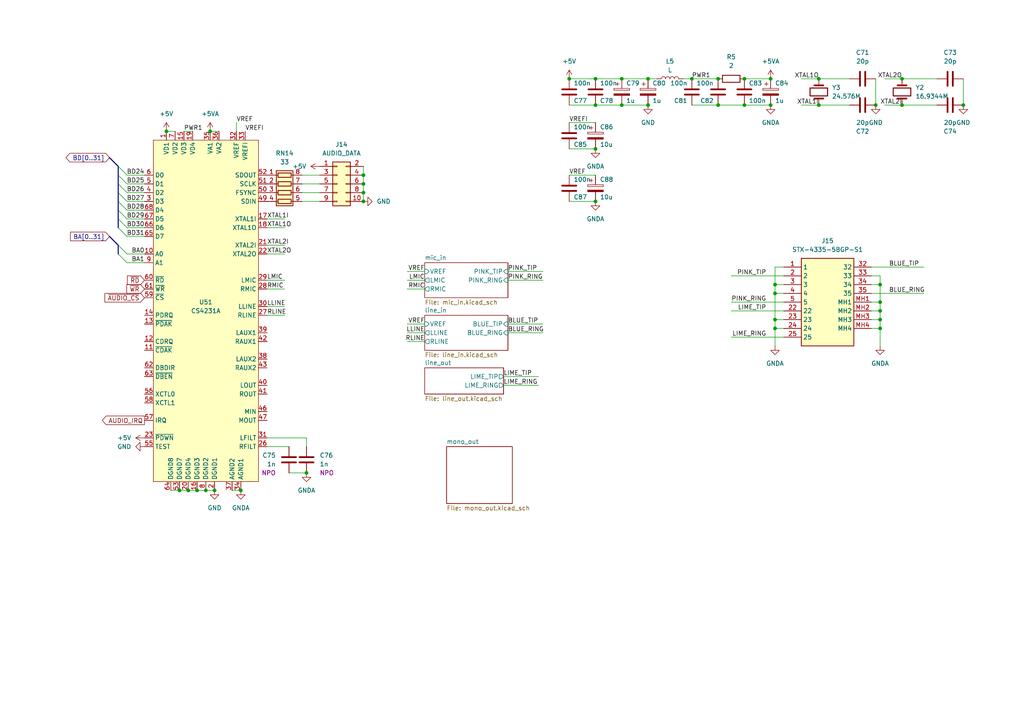
<source format=kicad_sch>
(kicad_sch (version 20230121) (generator eeschema)
  (paper "A4")
  (lib_symbols
    (symbol "Connector_Generic:Conn_02x05_Odd_Even" (pin_names (offset 1.016) hide)
      (property "Reference" "J" (at 1.27 7.62 0))
      (property "Value" "Conn_02x05_Odd_Even" (at 1.27 -7.62 0))
      (symbol "Conn_02x05_Odd_Even_1_1"
        (rectangle (start -1.27 -4.953) (end 0 -5.207) (stroke (width 0.1524)))
        (rectangle (start -1.27 -2.413) (end 0 -2.667) (stroke (width 0.1524)))
        (rectangle (start -1.27 0.127) (end 0 -0.127) (stroke (width 0.1524)))
        (rectangle (start -1.27 2.667) (end 0 2.413) (stroke (width 0.1524)))
        (rectangle (start -1.27 5.207) (end 0 4.953) (stroke (width 0.1524)))
        (rectangle (start -1.27 6.35) (end 3.81 -6.35) (stroke (width 0.254)) (fill (type background)))
        (rectangle (start 3.81 -4.953) (end 2.54 -5.207) (stroke (width 0.1524)))
        (rectangle (start 3.81 -2.413) (end 2.54 -2.667) (stroke (width 0.1524)))
        (rectangle (start 3.81 0.127) (end 2.54 -0.127) (stroke (width 0.1524)))
        (rectangle (start 3.81 2.667) (end 2.54 2.413) (stroke (width 0.1524)))
        (rectangle (start 3.81 5.207) (end 2.54 4.953) (stroke (width 0.1524)))
        (pin passive line (at -5.08 5.08 0) (length 3.81) (name "Pin_1") (number "1"))
        (pin passive line (at 7.62 -5.08 180) (length 3.81) (name "Pin_10") (number "10"))
        (pin passive line (at 7.62 5.08 180) (length 3.81) (name "Pin_2") (number "2"))
        (pin passive line (at -5.08 2.54 0) (length 3.81) (name "Pin_3") (number "3"))
        (pin passive line (at 7.62 2.54 180) (length 3.81) (name "Pin_4") (number "4"))
        (pin passive line (at -5.08 0 0) (length 3.81) (name "Pin_5") (number "5"))
        (pin passive line (at 7.62 0 180) (length 3.81) (name "Pin_6") (number "6"))
        (pin passive line (at -5.08 -2.54 0) (length 3.81) (name "Pin_7") (number "7"))
        (pin passive line (at 7.62 -2.54 180) (length 3.81) (name "Pin_8") (number "8"))
        (pin passive line (at -5.08 -5.08 0) (length 3.81) (name "Pin_9") (number "9"))
      )
    )
    (symbol "Device:C" (pin_numbers hide) (pin_names (offset 0.254))
      (property "Reference" "C" (at 0.635 2.54 0))
      (property "Value" "C" (at 0.635 -2.54 0))
      (symbol "C_0_1"
        (polyline (pts (xy -2.032 -0.762) (xy 2.032 -0.762)) (stroke (width 0.508)))
        (polyline (pts (xy -2.032 0.762) (xy 2.032 0.762)) (stroke (width 0.508)))
      )
      (symbol "C_1_1"
        (pin passive line (at 0 3.81 270) (length 2.794) (name "~") (number "1"))
        (pin passive line (at 0 -3.81 90) (length 2.794) (name "~") (number "2"))
      )
    )
    (symbol "Device:C_Polarized" (pin_numbers hide) (pin_names (offset 0.254))
      (property "Reference" "C" (at 0.635 2.54 0))
      (property "Value" "C_Polarized" (at 0.635 -2.54 0))
      (symbol "C_Polarized_0_1"
        (rectangle (start -2.286 0.508) (end 2.286 1.016))
        (polyline (pts (xy -1.778 2.286) (xy -0.762 2.286)))
        (polyline (pts (xy -1.27 2.794) (xy -1.27 1.778)))
        (rectangle (start 2.286 -0.508) (end -2.286 -1.016) (fill (type outline)))
      )
      (symbol "C_Polarized_1_1"
        (pin passive line (at 0 3.81 270) (length 2.794) (name "~") (number "1"))
        (pin passive line (at 0 -3.81 90) (length 2.794) (name "~") (number "2"))
      )
    )
    (symbol "Device:Crystal" (pin_numbers hide) (pin_names (offset 1.016) hide)
      (property "Reference" "Y" (at 0 3.81 0))
      (property "Value" "Crystal" (at 0 -3.81 0))
      (symbol "Crystal_0_1"
        (rectangle (start -1.143 2.54) (end 1.143 -2.54) (stroke (width 0.3048)))
        (polyline (pts (xy -2.54 0) (xy -1.905 0)))
        (polyline (pts (xy -1.905 -1.27) (xy -1.905 1.27)) (stroke (width 0.508)))
        (polyline (pts (xy 1.905 -1.27) (xy 1.905 1.27)) (stroke (width 0.508)))
        (polyline (pts (xy 2.54 0) (xy 1.905 0)))
      )
      (symbol "Crystal_1_1"
        (pin passive line (at -3.81 0 0) (length 1.27) (name "1") (number "1"))
        (pin passive line (at 3.81 0 180) (length 1.27) (name "2") (number "2"))
      )
    )
    (symbol "Device:L" (pin_numbers hide) (pin_names (offset 1.016) hide)
      (property "Reference" "L" (at -1.27 0 90))
      (property "Value" "L" (at 1.905 0 90))
      (symbol "L_0_1"
        (arc (start 0 -2.54) (mid 0.6323 -1.905) (end 0 -1.27))
        (arc (start 0 -1.27) (mid 0.6323 -0.635) (end 0 0))
        (arc (start 0 0) (mid 0.6323 0.635) (end 0 1.27))
        (arc (start 0 1.27) (mid 0.6323 1.905) (end 0 2.54))
      )
      (symbol "L_1_1"
        (pin passive line (at 0 3.81 270) (length 1.27) (name "1") (number "1"))
        (pin passive line (at 0 -3.81 90) (length 1.27) (name "2") (number "2"))
      )
    )
    (symbol "Device:R" (pin_numbers hide) (pin_names (offset 0))
      (property "Reference" "R" (at 2.032 0 90))
      (property "Value" "R" (at 0 0 90))
      (symbol "R_0_1"
        (rectangle (start -1.016 -2.54) (end 1.016 2.54) (stroke (width 0.254)))
      )
      (symbol "R_1_1"
        (pin passive line (at 0 3.81 270) (length 1.27) (name "~") (number "1"))
        (pin passive line (at 0 -3.81 90) (length 1.27) (name "~") (number "2"))
      )
    )
    (symbol "Device:R_Pack04" (pin_names (offset 0) hide)
      (property "Reference" "RN" (at -7.62 0 90))
      (property "Value" "R_Pack04" (at 5.08 0 90))
      (symbol "R_Pack04_0_1"
        (rectangle (start -6.35 -2.413) (end 3.81 2.413) (stroke (width 0.254)) (fill (type background)))
        (rectangle (start -5.715 1.905) (end -4.445 -1.905) (stroke (width 0.254)))
        (rectangle (start -3.175 1.905) (end -1.905 -1.905) (stroke (width 0.254)))
        (rectangle (start -0.635 1.905) (end 0.635 -1.905) (stroke (width 0.254)))
        (polyline (pts (xy -5.08 -2.54) (xy -5.08 -1.905)))
        (polyline (pts (xy -5.08 1.905) (xy -5.08 2.54)))
        (polyline (pts (xy -2.54 -2.54) (xy -2.54 -1.905)))
        (polyline (pts (xy -2.54 1.905) (xy -2.54 2.54)))
        (polyline (pts (xy 0 -2.54) (xy 0 -1.905)))
        (polyline (pts (xy 0 1.905) (xy 0 2.54)))
        (polyline (pts (xy 2.54 -2.54) (xy 2.54 -1.905)))
        (polyline (pts (xy 2.54 1.905) (xy 2.54 2.54)))
        (rectangle (start 1.905 1.905) (end 3.175 -1.905) (stroke (width 0.254)))
      )
      (symbol "R_Pack04_1_1"
        (pin passive line (at -5.08 -5.08 90) (length 2.54) (name "R1.1") (number "1"))
        (pin passive line (at -2.54 -5.08 90) (length 2.54) (name "R2.1") (number "2"))
        (pin passive line (at 0 -5.08 90) (length 2.54) (name "R3.1") (number "3"))
        (pin passive line (at 2.54 -5.08 90) (length 2.54) (name "R4.1") (number "4"))
        (pin passive line (at 2.54 5.08 270) (length 2.54) (name "R4.2") (number "5"))
        (pin passive line (at 0 5.08 270) (length 2.54) (name "R3.2") (number "6"))
        (pin passive line (at -2.54 5.08 270) (length 2.54) (name "R2.2") (number "7"))
        (pin passive line (at -5.08 5.08 270) (length 2.54) (name "R1.2") (number "8"))
      )
    )
    (symbol "STX-4335-5BGP-S1:STX-4335-5BGP-S1"
      (property "Reference" "J" (at 21.59 7.62 0))
      (property "Value" "STX-4335-5BGP-S1" (at 21.59 5.08 0))
      (symbol "STX-4335-5BGP-S1_1_1"
        (rectangle (start 5.08 2.54) (end 20.32 -22.86) (stroke (width 0.254)) (fill (type background)))
        (pin passive line (at 0 0 0) (length 5.08) (name "1") (number "1"))
        (pin passive line (at 0 -2.54 0) (length 5.08) (name "2") (number "2"))
        (pin passive line (at 0 -12.7 0) (length 5.08) (name "22") (number "22"))
        (pin passive line (at 0 -15.24 0) (length 5.08) (name "23") (number "23"))
        (pin passive line (at 0 -17.78 0) (length 5.08) (name "24") (number "24"))
        (pin passive line (at 0 -20.32 0) (length 5.08) (name "25") (number "25"))
        (pin passive line (at 0 -5.08 0) (length 5.08) (name "3") (number "3"))
        (pin passive line (at 25.4 0 180) (length 5.08) (name "32") (number "32"))
        (pin passive line (at 25.4 -2.54 180) (length 5.08) (name "33") (number "33"))
        (pin passive line (at 25.4 -5.08 180) (length 5.08) (name "34") (number "34"))
        (pin passive line (at 25.4 -7.62 180) (length 5.08) (name "35") (number "35"))
        (pin passive line (at 0 -7.62 0) (length 5.08) (name "4") (number "4"))
        (pin passive line (at 0 -10.16 0) (length 5.08) (name "5") (number "5"))
        (pin passive line (at 25.4 -10.16 180) (length 5.08) (name "MH1") (number "MH1"))
        (pin passive line (at 25.4 -12.7 180) (length 5.08) (name "MH2") (number "MH2"))
        (pin passive line (at 25.4 -15.24 180) (length 5.08) (name "MH3") (number "MH3"))
        (pin passive line (at 25.4 -17.78 180) (length 5.08) (name "MH4") (number "MH4"))
      )
    )
    (symbol "m68k-hbc-ic:CS4231A"
      (property "Reference" "U" (at 0 1.27 0))
      (property "Value" "CS4231A" (at 0 -1.27 0))
      (symbol "CS4231A_1_1"
        (rectangle (start -15.24 48.26) (end 15.24 -50.8) (fill (type background)))
        (pin power_in line (at -11.43 50.8 270) (length 2.54) (name "VD1") (number "1"))
        (pin input line (at -17.78 15.24 0) (length 2.54) (name "A0") (number "10"))
        (pin input line (at -17.78 -12.7 0) (length 2.54) (name "~{CDAK}") (number "11"))
        (pin output line (at -17.78 -10.16 0) (length 2.54) (name "CDRQ") (number "12"))
        (pin input line (at -17.78 -5.08 0) (length 2.54) (name "~{PDAK}") (number "13"))
        (pin output line (at -17.78 -2.54 0) (length 2.54) (name "PDRQ") (number "14"))
        (pin power_in line (at -6.35 50.8 270) (length 2.54) (name "VD3") (number "15"))
        (pin power_in line (at -2.54 -53.34 90) (length 2.54) (name "DGND3") (number "16"))
        (pin input line (at 17.78 25.4 180) (length 2.54) (name "XTAL1I") (number "17"))
        (pin output line (at 17.78 22.86 180) (length 2.54) (name "XTAL1O") (number "18"))
        (pin power_in line (at -3.81 50.8 270) (length 2.54) (name "VD4") (number "19"))
        (pin power_in line (at 2.54 -53.34 90) (length 2.54) (name "DGND1") (number "2"))
        (pin power_in line (at -5.08 -53.34 90) (length 2.54) (name "DGND4") (number "20"))
        (pin input line (at 17.78 17.78 180) (length 2.54) (name "XTAL2I") (number "21"))
        (pin output line (at 17.78 15.24 180) (length 2.54) (name "XTAL2O") (number "22"))
        (pin input line (at -17.78 -38.1 0) (length 2.54) (name "~{PDWN}") (number "23"))
        (pin no_connect line (at 17.78 -45.72 180) (length 2.54) hide (name "NC") (number "24"))
        (pin no_connect line (at 17.78 -45.72 180) (length 2.54) hide (name "NC") (number "25"))
        (pin power_in line (at 17.78 -40.64 180) (length 2.54) (name "RFILT") (number "26"))
        (pin input line (at 17.78 -2.54 180) (length 2.54) (name "RLINE") (number "27"))
        (pin input line (at 17.78 5.08 180) (length 2.54) (name "RMIC") (number "28"))
        (pin input line (at 17.78 7.62 180) (length 2.54) (name "LMIC") (number "29"))
        (pin bidirectional line (at -17.78 30.48 0) (length 2.54) (name "D3") (number "3"))
        (pin input line (at 17.78 0 180) (length 2.54) (name "LLINE") (number "30"))
        (pin power_in line (at 17.78 -38.1 180) (length 2.54) (name "LFILT") (number "31"))
        (pin power_out line (at 8.89 50.8 270) (length 2.54) (name "VREF") (number "32"))
        (pin power_in line (at 11.43 50.8 270) (length 2.54) (name "VREFI") (number "33"))
        (pin power_in line (at 10.16 -53.34 90) (length 2.54) (name "AGND1") (number "34"))
        (pin power_in line (at 1.27 50.8 270) (length 2.54) (name "VA1") (number "35"))
        (pin power_in line (at 3.81 50.8 270) (length 2.54) (name "VA2") (number "36"))
        (pin power_in line (at 7.62 -53.34 90) (length 2.54) (name "AGND2") (number "37"))
        (pin input line (at 17.78 -15.24 180) (length 2.54) (name "LAUX2") (number "38"))
        (pin input line (at 17.78 -7.62 180) (length 2.54) (name "LAUX1") (number "39"))
        (pin bidirectional line (at -17.78 33.02 0) (length 2.54) (name "D2") (number "4"))
        (pin output line (at 17.78 -22.86 180) (length 2.54) (name "LOUT") (number "40"))
        (pin output line (at 17.78 -25.4 180) (length 2.54) (name "ROUT") (number "41"))
        (pin input line (at 17.78 -10.16 180) (length 2.54) (name "RAUX1") (number "42"))
        (pin input line (at 17.78 -17.78 180) (length 2.54) (name "RAUX2") (number "43"))
        (pin no_connect line (at 17.78 -45.72 180) (length 2.54) hide (name "NC") (number "44"))
        (pin no_connect line (at 17.78 -45.72 180) (length 2.54) hide (name "NC") (number "45"))
        (pin input line (at 17.78 -30.48 180) (length 2.54) (name "MIN") (number "46"))
        (pin output line (at 17.78 -33.02 180) (length 2.54) (name "MOUT") (number "47"))
        (pin no_connect line (at 17.78 -45.72 180) (length 2.54) hide (name "NC") (number "48"))
        (pin input line (at 17.78 30.48 180) (length 2.54) (name "SDIN") (number "49"))
        (pin bidirectional line (at -17.78 35.56 0) (length 2.54) (name "D1") (number "5"))
        (pin output line (at 17.78 33.02 180) (length 2.54) (name "FSYNC") (number "50"))
        (pin output line (at 17.78 35.56 180) (length 2.54) (name "SCLK") (number "51"))
        (pin output line (at 17.78 38.1 180) (length 2.54) (name "SDOUT") (number "52"))
        (pin power_in line (at -7.62 -53.34 90) (length 2.54) (name "DGND7") (number "53"))
        (pin no_connect line (at 17.78 -45.72 180) (length 2.54) hide (name "NC") (number "54"))
        (pin input line (at -17.78 -40.64 0) (length 2.54) (name "TEST") (number "55"))
        (pin output line (at -17.78 -25.4 0) (length 2.54) (name "XCTL0") (number "56"))
        (pin output line (at -17.78 -33.02 0) (length 2.54) (name "IRQ") (number "57"))
        (pin output line (at -17.78 -27.94 0) (length 2.54) (name "XCTL1") (number "58"))
        (pin input line (at -17.78 2.54 0) (length 2.54) (name "~{CS}") (number "59"))
        (pin bidirectional line (at -17.78 38.1 0) (length 2.54) (name "D0") (number "6"))
        (pin input line (at -17.78 7.62 0) (length 2.54) (name "~{RD}") (number "60"))
        (pin input line (at -17.78 5.08 0) (length 2.54) (name "~{WR}") (number "61"))
        (pin output line (at -17.78 -17.78 0) (length 2.54) (name "DBDIR") (number "62"))
        (pin output line (at -17.78 -20.32 0) (length 2.54) (name "~{DBEN}") (number "63"))
        (pin power_in line (at -10.16 -53.34 90) (length 2.54) (name "DGND8") (number "64"))
        (pin bidirectional line (at -17.78 20.32 0) (length 2.54) (name "D7") (number "65"))
        (pin bidirectional line (at -17.78 22.86 0) (length 2.54) (name "D6") (number "66"))
        (pin bidirectional line (at -17.78 25.4 0) (length 2.54) (name "D5") (number "67"))
        (pin bidirectional line (at -17.78 27.94 0) (length 2.54) (name "D4") (number "68"))
        (pin power_in line (at -8.89 50.8 270) (length 2.54) (name "VD2") (number "7"))
        (pin power_in line (at 0 -53.34 90) (length 2.54) (name "DGND2") (number "8"))
        (pin input line (at -17.78 12.7 0) (length 2.54) (name "A1") (number "9"))
      )
    )
    (symbol "power:+5V" (power) (pin_names (offset 0))
      (property "Value" "+5V" (at 0 3.556 0))
      (symbol "+5V_0_1"
        (polyline (pts (xy -0.762 1.27) (xy 0 2.54)))
        (polyline (pts (xy 0 0) (xy 0 2.54)))
        (polyline (pts (xy 0 2.54) (xy 0.762 1.27)))
      )
      (symbol "+5V_1_1"
        (pin power_in line (at 0 0 90) (length 0) hide (name "+5V") (number "1"))
      )
    )
    (symbol "power:+5VA" (power) (pin_names (offset 0))
      (property "Value" "+5VA" (at 0 3.556 0))
      (symbol "+5VA_0_1"
        (polyline (pts (xy -0.762 1.27) (xy 0 2.54)))
        (polyline (pts (xy 0 0) (xy 0 2.54)))
        (polyline (pts (xy 0 2.54) (xy 0.762 1.27)))
      )
      (symbol "+5VA_1_1"
        (pin power_in line (at 0 0 90) (length 0) hide (name "+5VA") (number "1"))
      )
    )
    (symbol "power:GND" (power) (pin_names (offset 0))
      (property "Value" "GND" (at 0 -3.81 0))
      (symbol "GND_0_1"
        (polyline (pts (xy 0 0) (xy 0 -1.27) (xy 1.27 -1.27) (xy 0 -2.54) (xy -1.27 -1.27) (xy 0 -1.27)))
      )
      (symbol "GND_1_1"
        (pin power_in line (at 0 0 270) (length 0) hide (name "GND") (number "1"))
      )
    )
    (symbol "power:GNDA" (power) (pin_names (offset 0))
      (property "Value" "GNDA" (at 0 -3.81 0))
      (symbol "GNDA_0_1"
        (polyline (pts (xy 0 0) (xy 0 -1.27) (xy 1.27 -1.27) (xy 0 -2.54) (xy -1.27 -1.27) (xy 0 -1.27)))
      )
      (symbol "GNDA_1_1"
        (pin power_in line (at 0 0 270) (length 0) hide (name "GNDA") (number "1"))
      )
    )
  )
  (junction (at 224.79 95.25))
  (junction (at 187.96 30.48))
  (junction (at 255.27 82.55))
  (junction (at 172.72 43.18))
  (junction (at 279.4 30.48))
  (junction (at 57.15 142.24))
  (junction (at 208.28 30.48))
  (junction (at 255.27 92.71))
  (junction (at 180.34 22.86))
  (junction (at 237.49 22.86))
  (junction (at 69.85 142.24))
  (junction (at 237.49 30.48))
  (junction (at 59.69 142.24))
  (junction (at 54.61 142.24))
  (junction (at 224.79 92.71))
  (junction (at 187.96 22.86))
  (junction (at 172.72 58.42))
  (junction (at 224.79 82.55))
  (junction (at 60.96 38.1))
  (junction (at 261.62 30.48))
  (junction (at 172.72 30.48))
  (junction (at 180.34 30.48))
  (junction (at 261.62 22.86))
  (junction (at 165.1 22.86))
  (junction (at 224.79 85.09))
  (junction (at 223.52 30.48))
  (junction (at 48.26 38.1))
  (junction (at 105.41 53.34))
  (junction (at 255.27 95.25))
  (junction (at 105.41 58.42))
  (junction (at 105.41 55.88))
  (junction (at 88.9 137.16))
  (junction (at 172.72 22.86))
  (junction (at 223.52 22.86))
  (junction (at 255.27 87.63))
  (junction (at 215.9 22.86))
  (junction (at 215.9 30.48))
  (junction (at 208.28 22.86))
  (junction (at 255.27 90.17))
  (junction (at 52.07 142.24))
  (junction (at 62.23 142.24))
  (junction (at 200.66 22.86))
  (junction (at 254 30.48))
  (junction (at 105.41 50.8))
  (bus_entry (at 36.83 76.2) (size -2.54 -2.54))
  (bus_entry (at 36.83 55.88) (size -2.54 -2.54))
  (bus_entry (at 36.83 73.66) (size -2.54 -2.54))
  (bus_entry (at 36.83 68.58) (size -2.54 -2.54))
  (bus_entry (at 36.83 60.96) (size -2.54 -2.54))
  (bus_entry (at 36.83 58.42) (size -2.54 -2.54))
  (bus_entry (at 36.83 50.8) (size -2.54 -2.54))
  (bus_entry (at 36.83 53.34) (size -2.54 -2.54))
  (bus_entry (at 36.83 66.04) (size -2.54 -2.54))
  (bus_entry (at 36.83 63.5) (size -2.54 -2.54))
  (wire (pts (xy 255.27 95.25) (xy 255.27 100.33)))
  (wire (pts (xy 256.54 22.86) (xy 261.62 22.86)))
  (wire (pts (xy 261.62 30.48) (xy 271.78 30.48)))
  (wire (pts (xy 157.48 81.28) (xy 147.32 81.28)))
  (wire (pts (xy 36.83 53.34) (xy 41.91 53.34)))
  (wire (pts (xy 105.41 55.88) (xy 105.41 58.42)))
  (wire (pts (xy 68.58 35.56) (xy 68.58 38.1)))
  (wire (pts (xy 212.09 90.17) (xy 227.33 90.17)))
  (wire (pts (xy 118.11 78.74) (xy 123.19 78.74)))
  (wire (pts (xy 118.11 99.06) (xy 123.19 99.06)))
  (wire (pts (xy 255.27 87.63) (xy 255.27 90.17)))
  (wire (pts (xy 172.72 30.48) (xy 180.34 30.48)))
  (wire (pts (xy 92.71 53.34) (xy 87.63 53.34)))
  (wire (pts (xy 224.79 92.71) (xy 227.33 92.71)))
  (wire (pts (xy 256.54 30.48) (xy 261.62 30.48)))
  (wire (pts (xy 82.55 88.9) (xy 77.47 88.9)))
  (wire (pts (xy 105.41 53.34) (xy 105.41 55.88)))
  (wire (pts (xy 118.11 81.28) (xy 123.19 81.28)))
  (wire (pts (xy 48.26 38.1) (xy 50.8 38.1)))
  (wire (pts (xy 255.27 95.25) (xy 252.73 95.25)))
  (wire (pts (xy 232.41 22.86) (xy 237.49 22.86)))
  (wire (pts (xy 187.96 22.86) (xy 190.5 22.86)))
  (wire (pts (xy 224.79 95.25) (xy 227.33 95.25)))
  (wire (pts (xy 212.09 97.79) (xy 227.33 97.79)))
  (wire (pts (xy 157.48 96.52) (xy 147.32 96.52)))
  (wire (pts (xy 88.9 137.16) (xy 83.82 137.16)))
  (wire (pts (xy 224.79 85.09) (xy 227.33 85.09)))
  (wire (pts (xy 105.41 48.26) (xy 105.41 50.8)))
  (wire (pts (xy 208.28 30.48) (xy 200.66 30.48)))
  (bus (pts (xy 34.29 66.04) (xy 34.29 63.5)))
  (wire (pts (xy 36.83 63.5) (xy 41.91 63.5)))
  (wire (pts (xy 224.79 82.55) (xy 227.33 82.55)))
  (wire (pts (xy 82.55 66.04) (xy 77.47 66.04)))
  (wire (pts (xy 255.27 82.55) (xy 255.27 87.63)))
  (wire (pts (xy 88.9 127) (xy 88.9 129.54)))
  (bus (pts (xy 34.29 58.42) (xy 34.29 55.88)))
  (wire (pts (xy 82.55 83.82) (xy 77.47 83.82)))
  (wire (pts (xy 156.21 109.22) (xy 146.05 109.22)))
  (wire (pts (xy 165.1 35.56) (xy 172.72 35.56)))
  (bus (pts (xy 34.29 71.12) (xy 31.75 68.58)))
  (wire (pts (xy 36.83 76.2) (xy 41.91 76.2)))
  (wire (pts (xy 224.79 77.47) (xy 224.79 82.55)))
  (wire (pts (xy 165.1 30.48) (xy 172.72 30.48)))
  (wire (pts (xy 246.38 30.48) (xy 237.49 30.48)))
  (wire (pts (xy 267.97 77.47) (xy 252.73 77.47)))
  (wire (pts (xy 60.96 38.1) (xy 63.5 38.1)))
  (bus (pts (xy 34.29 55.88) (xy 34.29 53.34)))
  (wire (pts (xy 36.83 73.66) (xy 41.91 73.66)))
  (wire (pts (xy 69.85 142.24) (xy 67.31 142.24)))
  (wire (pts (xy 52.07 142.24) (xy 49.53 142.24)))
  (wire (pts (xy 255.27 90.17) (xy 255.27 92.71)))
  (wire (pts (xy 212.09 87.63) (xy 227.33 87.63)))
  (wire (pts (xy 261.62 22.86) (xy 271.78 22.86)))
  (wire (pts (xy 254 30.48) (xy 254 22.86)))
  (wire (pts (xy 82.55 73.66) (xy 77.47 73.66)))
  (wire (pts (xy 77.47 129.54) (xy 83.82 129.54)))
  (wire (pts (xy 198.12 22.86) (xy 200.66 22.86)))
  (wire (pts (xy 215.9 30.48) (xy 223.52 30.48)))
  (wire (pts (xy 82.55 63.5) (xy 77.47 63.5)))
  (wire (pts (xy 172.72 58.42) (xy 165.1 58.42)))
  (wire (pts (xy 62.23 142.24) (xy 59.69 142.24)))
  (wire (pts (xy 59.69 142.24) (xy 57.15 142.24)))
  (wire (pts (xy 57.15 142.24) (xy 54.61 142.24)))
  (wire (pts (xy 180.34 30.48) (xy 187.96 30.48)))
  (wire (pts (xy 267.97 85.09) (xy 252.73 85.09)))
  (wire (pts (xy 36.83 60.96) (xy 41.91 60.96)))
  (wire (pts (xy 54.61 142.24) (xy 52.07 142.24)))
  (wire (pts (xy 82.55 91.44) (xy 77.47 91.44)))
  (wire (pts (xy 208.28 30.48) (xy 215.9 30.48)))
  (wire (pts (xy 224.79 95.25) (xy 224.79 100.33)))
  (wire (pts (xy 252.73 80.01) (xy 255.27 80.01)))
  (wire (pts (xy 92.71 58.42) (xy 87.63 58.42)))
  (wire (pts (xy 165.1 50.8) (xy 172.72 50.8)))
  (bus (pts (xy 34.29 63.5) (xy 34.29 60.96)))
  (wire (pts (xy 232.41 30.48) (xy 237.49 30.48)))
  (wire (pts (xy 36.83 66.04) (xy 41.91 66.04)))
  (wire (pts (xy 36.83 50.8) (xy 41.91 50.8)))
  (wire (pts (xy 200.66 22.86) (xy 208.28 22.86)))
  (wire (pts (xy 224.79 82.55) (xy 224.79 85.09)))
  (wire (pts (xy 36.83 68.58) (xy 41.91 68.58)))
  (wire (pts (xy 212.09 80.01) (xy 227.33 80.01)))
  (wire (pts (xy 157.48 93.98) (xy 147.32 93.98)))
  (wire (pts (xy 224.79 92.71) (xy 224.79 95.25)))
  (wire (pts (xy 92.71 50.8) (xy 87.63 50.8)))
  (wire (pts (xy 252.73 90.17) (xy 255.27 90.17)))
  (bus (pts (xy 34.29 60.96) (xy 34.29 58.42)))
  (wire (pts (xy 118.11 96.52) (xy 123.19 96.52)))
  (bus (pts (xy 34.29 53.34) (xy 34.29 50.8)))
  (wire (pts (xy 279.4 30.48) (xy 279.4 22.86)))
  (wire (pts (xy 118.11 93.98) (xy 123.19 93.98)))
  (wire (pts (xy 118.11 83.82) (xy 123.19 83.82)))
  (wire (pts (xy 92.71 55.88) (xy 87.63 55.88)))
  (wire (pts (xy 180.34 22.86) (xy 187.96 22.86)))
  (wire (pts (xy 172.72 22.86) (xy 180.34 22.86)))
  (wire (pts (xy 82.55 81.28) (xy 77.47 81.28)))
  (wire (pts (xy 105.41 50.8) (xy 105.41 53.34)))
  (wire (pts (xy 255.27 92.71) (xy 255.27 95.25)))
  (wire (pts (xy 252.73 82.55) (xy 255.27 82.55)))
  (wire (pts (xy 156.21 111.76) (xy 146.05 111.76)))
  (wire (pts (xy 165.1 22.86) (xy 172.72 22.86)))
  (wire (pts (xy 252.73 92.71) (xy 255.27 92.71)))
  (wire (pts (xy 215.9 22.86) (xy 223.52 22.86)))
  (wire (pts (xy 157.48 78.74) (xy 147.32 78.74)))
  (wire (pts (xy 172.72 43.18) (xy 165.1 43.18)))
  (wire (pts (xy 252.73 87.63) (xy 255.27 87.63)))
  (wire (pts (xy 36.83 55.88) (xy 41.91 55.88)))
  (bus (pts (xy 34.29 50.8) (xy 34.29 48.26)))
  (bus (pts (xy 34.29 48.26) (xy 31.75 45.72)))
  (wire (pts (xy 77.47 127) (xy 88.9 127)))
  (wire (pts (xy 82.55 71.12) (xy 77.47 71.12)))
  (wire (pts (xy 36.83 58.42) (xy 41.91 58.42)))
  (bus (pts (xy 34.29 73.66) (xy 34.29 71.12)))
  (wire (pts (xy 246.38 22.86) (xy 237.49 22.86)))
  (wire (pts (xy 224.79 77.47) (xy 227.33 77.47)))
  (wire (pts (xy 53.34 38.1) (xy 55.88 38.1)))
  (wire (pts (xy 255.27 80.01) (xy 255.27 82.55)))
  (wire (pts (xy 224.79 85.09) (xy 224.79 92.71)))
  (label "BD30" (at 41.91 66.04 180))
  (label "RMIC" (at 123.19 83.82 180))
  (label "BA1" (at 41.91 76.2 180))
  (label "PWR1" (at 53.34 38.1 0))
  (label "LIME_RING" (at 146.05 111.76 0))
  (label "BD24" (at 41.91 50.8 180))
  (label "XTAL1O" (at 77.47 66.04 0))
  (label "PINK_RING" (at 147.32 81.28 0))
  (label "LIME_TIP" (at 222.25 90.17 180))
  (label "BLUE_RING" (at 147.32 96.52 0))
  (label "BLUE_RING" (at 257.81 85.09 0))
  (label "VREF" (at 68.58 35.56 0))
  (label "LMIC" (at 77.47 81.28 0))
  (label "BLUE_TIP" (at 147.32 93.98 0))
  (label "BA0" (at 41.91 73.66 180))
  (label "VREFI" (at 165.1 35.56 0))
  (label "XTAL1O" (at 237.49 22.86 180))
  (label "PINK_TIP" (at 222.25 80.01 180))
  (label "BD26" (at 41.91 55.88 180))
  (label "VREF" (at 123.19 93.98 180))
  (label "VREFI" (at 71.12 38.1 0))
  (label "BD28" (at 41.91 60.96 180))
  (label "BD31" (at 41.91 68.58 180))
  (label "XTAL2I" (at 77.47 71.12 0))
  (label "BLUE_TIP" (at 257.81 77.47 0))
  (label "LMIC" (at 123.19 81.28 180))
  (label "RLINE" (at 77.47 91.44 0))
  (label "XTAL2O" (at 261.62 22.86 180))
  (label "PINK_TIP" (at 147.32 78.74 0))
  (label "RMIC" (at 77.47 83.82 0))
  (label "BD29" (at 41.91 63.5 180))
  (label "XTAL2O" (at 77.47 73.66 0))
  (label "LIME_RING" (at 222.25 97.79 180))
  (label "LLINE" (at 123.19 96.52 180))
  (label "BD25" (at 41.91 53.34 180))
  (label "PINK_RING" (at 222.25 87.63 180))
  (label "XTAL2I" (at 261.62 30.48 180))
  (label "XTAL1I" (at 77.47 63.5 0))
  (label "LLINE" (at 77.47 88.9 0))
  (label "PWR1" (at 200.66 22.86 0))
  (label "LIME_TIP" (at 146.05 109.22 0))
  (label "RLINE" (at 123.19 99.06 180))
  (label "VREF" (at 123.19 78.74 180))
  (label "VREF" (at 165.1 50.8 0))
  (label "XTAL1I" (at 237.49 30.48 180))
  (label "BD27" (at 41.91 58.42 180))
  (global_label "BA[0..31]" (shape input) (at 31.75 68.58 180) (property "Intersheetrefs" "${INTERSHEET_REFS}" (effects hide)))
  (global_label "~{WR}" (shape input) (at 41.91 83.82 180) (property "Intersheetrefs" "${INTERSHEET_REFS}" (effects hide)))
  (global_label "AUDIO_IRQ" (shape output) (at 41.91 121.92 180) (property "Intersheetrefs" "${INTERSHEET_REFS}" (effects hide)))
  (global_label "BD[0..31]" (shape bidirectional) (at 31.75 45.72 180) (property "Intersheetrefs" "${INTERSHEET_REFS}" (effects hide)))
  (global_label "~{RD}" (shape input) (at 41.91 81.28 180) (property "Intersheetrefs" "${INTERSHEET_REFS}" (effects hide)))
  (global_label "~{AUDIO_CS}" (shape input) (at 41.91 86.36 180) (property "Intersheetrefs" "${INTERSHEET_REFS}" (effects hide)))
  (symbol (lib_id "Connector_Generic:Conn_02x05_Odd_Even") (at 97.79 53.34 0) (unit 1)
    (property "Reference" "J14" (at 99.06 41.91 0))
    (property "Value" "AUDIO_DATA" (at 99.06 44.45 0))
    (property "Footprint" "Connector_PinHeader_2.54mm:PinHeader_2x05_P2.54mm_Vertical" (effects hide))
  )
  (symbol (lib_id "Device:C") (at 208.28 26.67 180) (unit 1)
    (property "Reference" "C82" (at 207.01 29.21 0) (effects (justify left)))
    (property "Value" "100n" (at 207.01 24.13 0) (effects (justify left)))
    (property "Footprint" "Capacitor_THT:C_Disc_D4.3mm_W1.9mm_P5.00mm" (effects hide))
  )
  (symbol (lib_id "Device:C") (at 165.1 26.67 0) (mirror x) (unit 1)
    (property "Reference" "C77" (at 166.37 29.21 0) (effects (justify left)))
    (property "Value" "100n" (at 166.37 24.13 0) (effects (justify left)))
    (property "Footprint" "Capacitor_THT:C_Disc_D4.3mm_W1.9mm_P5.00mm" (effects hide))
  )
  (symbol (lib_id "Device:C_Polarized") (at 172.72 54.61 0) (unit 1)
    (property "Reference" "C88" (at 173.99 52.07 0) (effects (justify left)))
    (property "Value" "10u" (at 173.99 57.15 0) (effects (justify left)))
    (property "Footprint" "Capacitor_THT:CP_Radial_D5.0mm_P2.50mm" (effects hide))
  )
  (symbol (lib_id "Device:Crystal") (at 237.49 26.67 90) (unit 1)
    (property "Reference" "Y3" (at 241.3 25.4 90) (effects (justify right)))
    (property "Value" "24.576M" (at 241.3 27.94 90) (effects (justify right)))
    (property "Footprint" "Crystal:Crystal_HC49-4H_Vertical" (effects hide))
  )
  (symbol (lib_id "power:GND") (at 62.23 142.24 0) (unit 1)
    (property "Reference" "#PWR0217" (effects hide))
    (property "Value" "GND" (at 62.23 147.32 0))
  )
  (symbol (lib_id "power:GNDA") (at 224.79 100.33 0) (unit 1)
    (property "Reference" "#PWR0245" (effects hide))
    (property "Value" "GNDA" (at 224.79 105.41 0))
  )
  (symbol (lib_id "Device:R_Pack04") (at 82.55 55.88 270) (unit 1)
    (property "Reference" "RN14" (at 82.55 44.45 90))
    (property "Value" "33" (at 82.55 46.99 90))
    (property "Footprint" "Package_DIP:DIP-8_W7.62mm" (effects hide))
  )
  (symbol (lib_id "power:GND") (at 254 30.48 0) (unit 1)
    (property "Reference" "#PWR0219" (effects hide))
    (property "Value" "GND" (at 254 35.56 0))
  )
  (symbol (lib_id "power:GNDA") (at 223.52 30.48 0) (unit 1)
    (property "Reference" "#PWR0223" (effects hide))
    (property "Value" "GNDA" (at 223.52 35.56 0))
  )
  (symbol (lib_id "Device:Crystal") (at 261.62 26.67 90) (unit 1)
    (property "Reference" "Y2" (at 265.5195 25.4 90) (effects (justify right)))
    (property "Value" "16.9344M" (at 265.5195 27.94 90) (effects (justify right)))
    (property "Footprint" "Crystal:Crystal_HC49-4H_Vertical" (effects hide))
  )
  (symbol (lib_id "Device:L") (at 194.31 22.86 90) (unit 1)
    (property "Reference" "L5" (at 194.31 17.78 90))
    (property "Value" "L" (at 194.31 20.32 90))
    (property "Footprint" "Inductor_THT:L_Axial_L9.5mm_D4.0mm_P5.08mm_Vertical_Fastron_SMCC" (effects hide))
  )
  (symbol (lib_id "Device:C") (at 172.72 26.67 0) (mirror x) (unit 1)
    (property "Reference" "C78" (at 173.99 29.21 0) (effects (justify left)))
    (property "Value" "100n" (at 173.99 24.13 0) (effects (justify left)))
    (property "Footprint" "Capacitor_THT:C_Disc_D4.3mm_W1.9mm_P5.00mm" (effects hide))
  )
  (symbol (lib_id "Device:C") (at 250.19 30.48 270) (mirror x) (unit 1)
    (property "Reference" "C72" (at 250.19 38.1 90))
    (property "Value" "20p" (at 250.19 35.56 90))
    (property "Footprint" "Capacitor_THT:C_Disc_D4.3mm_W1.9mm_P5.00mm" (effects hide))
  )
  (symbol (lib_id "power:+5VA") (at 60.96 38.1 0) (unit 1)
    (property "Reference" "#PWR0237" (effects hide))
    (property "Value" "+5VA" (at 60.96 33.02 0))
  )
  (symbol (lib_id "power:GNDA") (at 88.9 137.16 0) (unit 1)
    (property "Reference" "#PWR0222" (effects hide))
    (property "Value" "GNDA" (at 88.9 142.24 0))
  )
  (symbol (lib_id "power:+5V") (at 165.1 22.86 0) (unit 1)
    (property "Reference" "#PWR0226" (effects hide))
    (property "Value" "+5V" (at 165.1 17.78 0))
  )
  (symbol (lib_id "power:GND") (at 41.91 129.54 270) (unit 1)
    (property "Reference" "#PWR0218" (effects hide))
    (property "Value" "GND" (at 38.1 129.54 90) (effects (justify right)))
  )
  (symbol (lib_id "Device:R") (at 212.09 22.86 90) (unit 1)
    (property "Reference" "R5" (at 212.09 16.51 90))
    (property "Value" "2" (at 212.09 19.05 90))
    (property "Footprint" "Resistor_THT:R_Axial_DIN0204_L3.6mm_D1.6mm_P7.62mm_Horizontal" (effects hide))
  )
  (symbol (lib_id "Device:C_Polarized") (at 223.52 26.67 0) (unit 1)
    (property "Reference" "C84" (at 224.79 24.13 0) (effects (justify left)))
    (property "Value" "1u" (at 224.79 29.21 0) (effects (justify left)))
    (property "Footprint" "Capacitor_THT:CP_Radial_D5.0mm_P2.50mm" (effects hide))
  )
  (symbol (lib_id "m68k-hbc-ic:CS4231A") (at 59.69 88.9 0) (unit 1)
    (property "Reference" "U51" (at 59.69 87.63 0))
    (property "Value" "CS4231A" (at 59.69 90.17 0))
    (property "Footprint" "Package_LCC:PLCC-68_THT-Socket" (effects hide))
  )
  (symbol (lib_id "power:+5V") (at 48.26 38.1 0) (unit 1)
    (property "Reference" "#PWR0225" (effects hide))
    (property "Value" "+5V" (at 48.26 33.02 0))
  )
  (symbol (lib_id "Device:C") (at 88.9 133.35 0) (unit 1)
    (property "Reference" "C76" (at 92.71 132.08 0) (effects (justify left)))
    (property "Value" "1n" (at 92.71 134.62 0) (effects (justify left)))
    (property "Footprint" "Capacitor_THT:C_Disc_D4.3mm_W1.9mm_P5.00mm" (effects hide))
    (property "NPO" "NPO" (at 92.71 137.16 0) (effects (justify left)))
  )
  (symbol (lib_id "power:GND") (at 187.96 30.48 0) (unit 1)
    (property "Reference" "#PWR0224" (effects hide))
    (property "Value" "GND" (at 187.96 35.56 0))
  )
  (symbol (lib_id "power:GNDA") (at 172.72 43.18 0) (unit 1)
    (property "Reference" "#PWR0227" (effects hide))
    (property "Value" "GNDA" (at 172.72 48.26 0))
  )
  (symbol (lib_id "Device:C") (at 165.1 39.37 0) (mirror x) (unit 1)
    (property "Reference" "C85" (at 166.37 41.91 0) (effects (justify left)))
    (property "Value" "100n" (at 166.37 36.83 0) (effects (justify left)))
    (property "Footprint" "Capacitor_THT:C_Disc_D4.3mm_W1.9mm_P5.00mm" (effects hide))
  )
  (symbol (lib_id "power:GND") (at 279.4 30.48 0) (unit 1)
    (property "Reference" "#PWR0220" (effects hide))
    (property "Value" "GND" (at 279.4 35.56 0))
  )
  (symbol (lib_id "Device:C") (at 200.66 26.67 180) (unit 1)
    (property "Reference" "C81" (at 199.39 29.21 0) (effects (justify left)))
    (property "Value" "100n" (at 199.39 24.13 0) (effects (justify left)))
    (property "Footprint" "Capacitor_THT:C_Disc_D4.3mm_W1.9mm_P5.00mm" (effects hide))
  )
  (symbol (lib_id "Device:C") (at 275.59 30.48 270) (unit 1)
    (property "Reference" "C74" (at 275.59 38.1 90))
    (property "Value" "20p" (at 275.59 35.56 90))
    (property "Footprint" "Capacitor_THT:C_Disc_D4.3mm_W1.9mm_P5.00mm" (effects hide))
  )
  (symbol (lib_id "Device:C_Polarized") (at 187.96 26.67 0) (unit 1)
    (property "Reference" "C80" (at 189.23 24.13 0) (effects (justify left)))
    (property "Value" "1u" (at 189.23 29.21 0) (effects (justify left)))
    (property "Footprint" "Capacitor_THT:CP_Radial_D5.0mm_P2.50mm" (effects hide))
  )
  (symbol (lib_id "power:GND") (at 105.41 58.42 90) (unit 1)
    (property "Reference" "#PWR0229" (effects hide))
    (property "Value" "GND" (at 109.22 58.42 90) (effects (justify right)))
  )
  (symbol (lib_id "Device:C") (at 250.19 22.86 90) (unit 1)
    (property "Reference" "C71" (at 250.19 15.24 90))
    (property "Value" "20p" (at 250.19 17.78 90))
    (property "Footprint" "Capacitor_THT:C_Disc_D4.3mm_W1.9mm_P5.00mm" (effects hide))
  )
  (symbol (lib_id "power:GNDA") (at 255.27 100.33 0) (unit 1)
    (property "Reference" "#PWR0246" (effects hide))
    (property "Value" "GNDA" (at 255.27 105.41 0))
  )
  (symbol (lib_id "power:GNDA") (at 172.72 58.42 0) (unit 1)
    (property "Reference" "#PWR0228" (effects hide))
    (property "Value" "GNDA" (at 172.72 63.5 0))
  )
  (symbol (lib_id "power:+5VA") (at 223.52 22.86 0) (unit 1)
    (property "Reference" "#PWR0236" (effects hide))
    (property "Value" "+5VA" (at 223.52 17.78 0))
  )
  (symbol (lib_id "Device:C_Polarized") (at 172.72 39.37 0) (unit 1)
    (property "Reference" "C86" (at 173.99 36.83 0) (effects (justify left)))
    (property "Value" "10u" (at 173.99 41.91 0) (effects (justify left)))
    (property "Footprint" "Capacitor_THT:CP_Radial_D5.0mm_P2.50mm" (effects hide))
  )
  (symbol (lib_id "Device:C_Polarized") (at 180.34 26.67 0) (unit 1)
    (property "Reference" "C79" (at 181.61 24.13 0) (effects (justify left)))
    (property "Value" "1u" (at 181.61 29.21 0) (effects (justify left)))
    (property "Footprint" "Capacitor_THT:CP_Radial_D5.0mm_P2.50mm" (effects hide))
  )
  (symbol (lib_id "power:+5V") (at 92.71 48.26 90) (unit 1)
    (property "Reference" "#PWR0230" (effects hide))
    (property "Value" "+5V" (at 88.9 48.26 90) (effects (justify left)))
  )
  (symbol (lib_id "Device:C") (at 275.59 22.86 90) (mirror x) (unit 1)
    (property "Reference" "C73" (at 275.59 15.24 90))
    (property "Value" "20p" (at 275.59 17.78 90))
    (property "Footprint" "Capacitor_THT:C_Disc_D4.3mm_W1.9mm_P5.00mm" (effects hide))
  )
  (symbol (lib_id "Device:C") (at 215.9 26.67 0) (unit 1)
    (property "Reference" "C83" (at 217.17 24.13 0) (effects (justify left)))
    (property "Value" "100n" (at 217.17 29.21 0) (effects (justify left)))
    (property "Footprint" "Capacitor_THT:C_Disc_D4.3mm_W1.9mm_P5.00mm" (effects hide))
  )
  (symbol (lib_id "STX-4335-5BGP-S1:STX-4335-5BGP-S1") (at 227.33 77.47 0) (unit 1)
    (property "Reference" "J15" (at 240.03 69.85 0))
    (property "Value" "STX-4335-5BGP-S1" (at 240.03 72.39 0))
    (property "Footprint" "STX43355BGPS1:STX43355BGPS1" (effects hide))
    (property "Datasheet" "http://www.kycon.com/Pub_Eng_Draw/STX-4335-5BGP-S1.pdf" (effects hide))
    (property "Height" "38.5" (effects hide))
    (property "Mouser Part Number" "806-STX-43355BGPS1" (effects hide))
    (property "Mouser Price/Stock" "https://www.mouser.co.uk/ProductDetail/Kycon/STX-4335-5BGP-S1?qs=44%2Fthr%2FdXZrNk3t%2FW6KWFg%3D%3D" (effects hide))
    (property "Manufacturer_Name" "Kycon" (effects hide))
    (property "Manufacturer_Part_Number" "STX-4335-5BGP-S1" (effects hide))
  )
  (symbol (lib_id "Device:C") (at 165.1 54.61 0) (mirror x) (unit 1)
    (property "Reference" "C87" (at 166.37 57.15 0) (effects (justify left)))
    (property "Value" "100n" (at 166.37 52.07 0) (effects (justify left)))
    (property "Footprint" "Capacitor_THT:C_Disc_D4.3mm_W1.9mm_P5.00mm" (effects hide))
  )
  (symbol (lib_id "power:+5V") (at 41.91 127 90) (unit 1)
    (property "Reference" "#PWR0221" (effects hide))
    (property "Value" "+5V" (at 38.1 127 90) (effects (justify left)))
  )
  (symbol (lib_id "power:GNDA") (at 69.85 142.24 0) (unit 1)
    (property "Reference" "#PWR0231" (effects hide))
    (property "Value" "GNDA" (at 69.85 147.32 0))
  )
  (symbol (lib_id "Device:C") (at 83.82 133.35 0) (mirror y) (unit 1)
    (property "Reference" "C75" (at 80.01 132.08 0) (effects (justify left)))
    (property "Value" "1n" (at 80.01 134.62 0) (effects (justify left)))
    (property "Footprint" "Capacitor_THT:C_Disc_D4.3mm_W1.9mm_P5.00mm" (effects hide))
    (property "NPO" "NPO" (at 80.01 137.16 0) (effects (justify left)))
  )
  (sheet (at 123.19 91.44) (size 24.13 10.16) (stroke (width 0.1524))
    (property "Sheetname" "line_in" (at 123.19 90.7284 0) (effects (justify left bottom)))
    (property "Sheetfile" "line_in.kicad_sch" (at 123.19 102.1846 0) (effects (justify left top)))
    (pin "LLINE" output (at 123.19 96.52 180))
    (pin "RLINE" output (at 123.19 99.06 180))
    (pin "BLUE_TIP" input (at 147.32 93.98 0))
    (pin "VREF" input (at 123.19 93.98 180))
    (pin "BLUE_RING" input (at 147.32 96.52 0))
  )
  (sheet (at 123.19 106.68) (size 22.86 7.62) (stroke (width 0.1524))
    (property "Sheetname" "line_out" (at 123.19 105.9684 0) (effects (justify left bottom)))
    (property "Sheetfile" "line_out.kicad_sch" (at 123.19 114.8846 0) (effects (justify left top)))
    (pin "LIME_TIP" output (at 146.05 109.22 0))
    (pin "LIME_RING" output (at 146.05 111.76 0))
  )
  (sheet (at 123.19 76.2) (size 24.13 10.16) (stroke (width 0.1524))
    (property "Sheetname" "mic_in" (at 123.19 75.4884 0) (effects (justify left bottom)))
    (property "Sheetfile" "mic_in.kicad_sch" (at 123.19 86.9446 0) (effects (justify left top)))
    (pin "PINK_TIP" input (at 147.32 78.74 0))
    (pin "PINK_RING" input (at 147.32 81.28 0))
    (pin "VREF" input (at 123.19 78.74 180))
    (pin "RMIC" output (at 123.19 83.82 180))
    (pin "LMIC" output (at 123.19 81.28 180))
  )
  (sheet (at 129.54 129.54) (size 19.05 16.51) (stroke (width 0.1524))
    (property "Sheetname" "mono_out" (at 129.54 128.8284 0) (effects (justify left bottom)))
    (property "Sheetfile" "mono_out.kicad_sch" (at 129.54 146.6346 0) (effects (justify left top)))
  )
)
</source>
